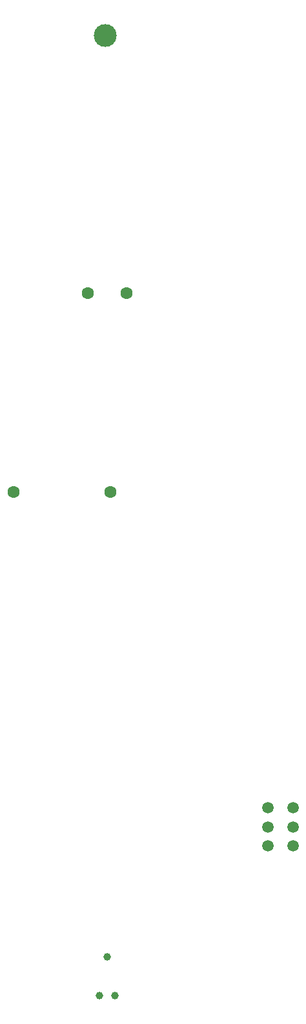
<source format=gbr>
%TF.GenerationSoftware,Altium Limited,Altium Designer,21.4.1 (30)*%
G04 Layer_Color=255*
%FSLAX26Y26*%
%MOIN*%
%TF.SameCoordinates,C79CEFAC-E130-474B-83DD-F1A68A00FB65*%
%TF.FilePolarity,Positive*%
%TF.FileFunction,Pads,Bot*%
%TF.Part,Single*%
G01*
G75*
%TA.AperFunction,ComponentPad*%
%ADD33C,0.062992*%
%ADD34C,0.039000*%
%ADD35C,0.059055*%
%ADD36C,0.118110*%
D33*
X15748Y2874055D02*
D03*
X-484252D02*
D03*
X98425Y3901000D02*
D03*
X-98425D02*
D03*
D34*
X0Y472000D02*
D03*
X40000Y272000D02*
D03*
X-40000D02*
D03*
D35*
X829039Y1242425D02*
D03*
Y1144000D02*
D03*
Y1045575D02*
D03*
X958961Y1242425D02*
D03*
Y1144000D02*
D03*
Y1045575D02*
D03*
D36*
X-9000Y5230000D02*
D03*
%TF.MD5,8817e31dbbad7b1544696b3ac900b663*%
M02*

</source>
